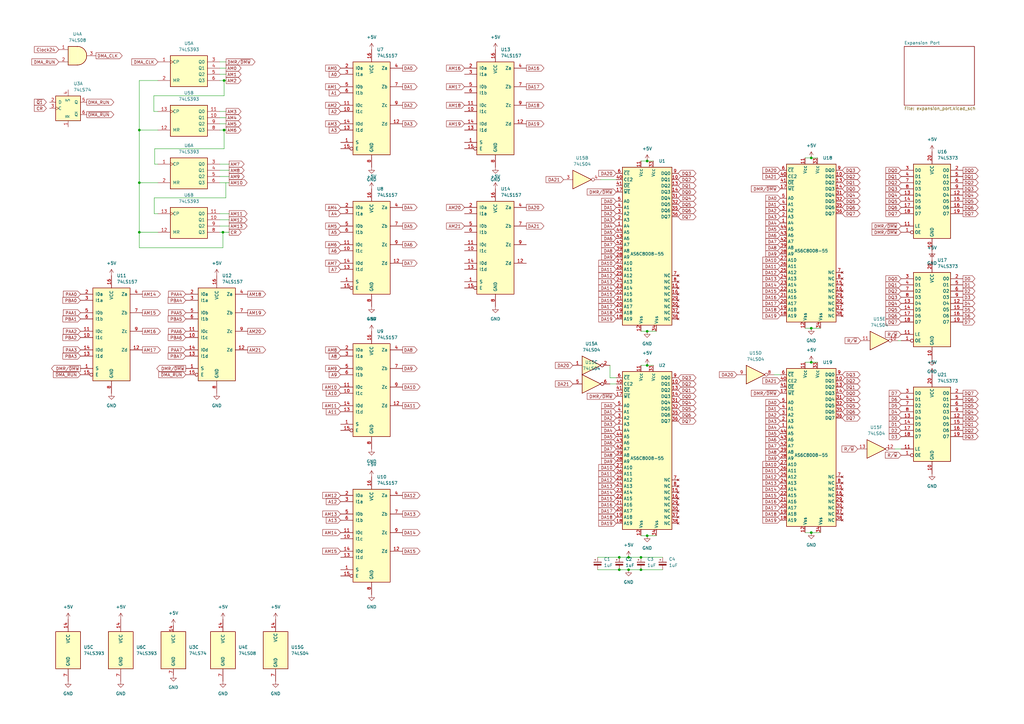
<source format=kicad_sch>
(kicad_sch (version 20230121) (generator eeschema)
  (paper "A3")
  (title_block (date "2023-10-30"))
  (junction (at 91.9058 33.02))
  (junction (at 254 228.6))
  (junction (at 332.74 134.62))
  (junction (at 257.81 233.68))
  (junction (at 332.74 218.44))
  (junction (at 265.43 219.71))
  (junction (at 91.44 95.25))
  (junction (at 265.43 66.04))
  (junction (at 262.89 233.68))
  (junction (at 91.9058 53.34))
  (junction (at 265.43 135.89))
  (junction (at 262.89 228.6))
  (junction (at 57.15 53.34))
  (junction (at 257.81 228.6))
  (junction (at 265.4402 149.86))
  (junction (at 254 233.68))
  (junction (at 57.15 74.93))
  (junction (at 57.15 95.25))
  (junction (at 332.74 64.77))
  (junction (at 332.74 148.59))
  (wire (pts (xy 265.43 219.71) (xy 262.89 219.71)))
  (wire (pts (xy 91.9058 39.3002) (xy 63.117 39.3002)))
  (wire (pts (xy 93.98 87.63) (xy 90.17 87.63)))
  (wire (pts (xy 91.9058 53.34) (xy 91.9058 61.0386)))
  (wire (pts (xy 245.11 228.6) (xy 254 228.6)))
  (wire (pts (xy 92.71 27.94) (xy 90.17 27.94)))
  (wire (pts (xy 317.5 153.67) (xy 320.04 153.67)))
  (wire (pts (xy 91.9058 33.02) (xy 91.9058 39.3002)))
  (wire (pts (xy 254 228.6) (xy 257.81 228.6)))
  (wire (pts (xy 63.2639 87.63) (xy 64.77 87.63)))
  (wire (pts (xy 93.98 72.39) (xy 90.17 72.39)))
  (wire (pts (xy 91.44 95.25) (xy 91.44 101.6)))
  (wire (pts (xy 265.43 135.89) (xy 269.24 135.89)))
  (wire (pts (xy 332.74 134.62) (xy 336.55 134.62)))
  (wire (pts (xy 330.2 148.59) (xy 332.74 148.59)))
  (wire (pts (xy 257.81 228.6) (xy 262.89 228.6)))
  (wire (pts (xy 92.6402 74.93) (xy 92.6402 81.1614)))
  (wire (pts (xy 92.71 45.72) (xy 90.17 45.72)))
  (wire (pts (xy 63.117 39.3002) (xy 63.117 45.72)))
  (wire (pts (xy 250.19 157.48) (xy 252.73 157.48)))
  (wire (pts (xy 250.19 149.86) (xy 250.19 154.94)))
  (wire (pts (xy 57.15 53.34) (xy 57.15 33.02)))
  (wire (pts (xy 92.71 25.4) (xy 90.17 25.4)))
  (wire (pts (xy 57.15 74.93) (xy 64.77 74.93)))
  (wire (pts (xy 93.98 67.31) (xy 90.17 67.31)))
  (wire (pts (xy 332.74 218.44) (xy 330.2 218.44)))
  (wire (pts (xy 368.3 139.7) (xy 369.57 139.7)))
  (wire (pts (xy 92.6402 81.1614) (xy 63.2639 81.1614)))
  (wire (pts (xy 93.98 92.71) (xy 90.17 92.71)))
  (wire (pts (xy 90.17 53.34) (xy 91.9058 53.34)))
  (wire (pts (xy 262.89 66.04) (xy 265.43 66.04)))
  (wire (pts (xy 257.81 233.68) (xy 262.89 233.68)))
  (wire (pts (xy 63.4108 67.31) (xy 64.77 67.31)))
  (wire (pts (xy 93.98 90.17) (xy 90.17 90.17)))
  (wire (pts (xy 332.74 64.77) (xy 335.28 64.77)))
  (wire (pts (xy 332.74 218.44) (xy 336.55 218.44)))
  (wire (pts (xy 57.15 53.34) (xy 64.77 53.34)))
  (wire (pts (xy 246.38 73.66) (xy 252.73 73.66)))
  (wire (pts (xy 92.71 74.93) (xy 93.98 74.93)))
  (wire (pts (xy 367.03 184.15) (xy 369.57 184.15)))
  (wire (pts (xy 265.43 135.89) (xy 262.89 135.89)))
  (wire (pts (xy 57.15 33.02) (xy 64.77 33.02)))
  (wire (pts (xy 92.71 30.48) (xy 90.17 30.48)))
  (wire (pts (xy 91.44 101.6) (xy 57.15 101.6)))
  (wire (pts (xy 63.4108 61.0386) (xy 63.4108 67.31)))
  (wire (pts (xy 91.9058 53.34) (xy 92.71 53.34)))
  (wire (pts (xy 90.17 74.93) (xy 92.6402 74.93)))
  (wire (pts (xy 245.11 233.68) (xy 254 233.68)))
  (wire (pts (xy 57.15 95.25) (xy 64.77 95.25)))
  (wire (pts (xy 93.98 69.85) (xy 90.17 69.85)))
  (wire (pts (xy 63.2639 81.1614) (xy 63.2639 87.63)))
  (wire (pts (xy 92.71 50.8) (xy 90.17 50.8)))
  (wire (pts (xy 262.89 228.6) (xy 271.78 228.6)))
  (wire (pts (xy 254 233.68) (xy 257.81 233.68)))
  (wire (pts (xy 57.15 101.6) (xy 57.15 95.25)))
  (wire (pts (xy 90.17 95.25) (xy 91.44 95.25)))
  (wire (pts (xy 91.9058 33.02) (xy 92.71 33.02)))
  (wire (pts (xy 332.74 148.59) (xy 335.28 148.59)))
  (wire (pts (xy 63.117 45.72) (xy 64.77 45.72)))
  (wire (pts (xy 265.43 66.04) (xy 267.97 66.04)))
  (wire (pts (xy 262.89 149.86) (xy 265.4402 149.86)))
  (wire (pts (xy 57.15 95.25) (xy 57.15 74.93)))
  (wire (pts (xy 265.4402 149.86) (xy 267.97 149.86)))
  (wire (pts (xy 265.43 219.71) (xy 269.24 219.71)))
  (wire (pts (xy 330.2 64.77) (xy 332.74 64.77)))
  (wire (pts (xy 91.44 95.25) (xy 93.98 95.25)))
  (wire (pts (xy 91.9058 61.0386) (xy 63.4108 61.0386)))
  (wire (pts (xy 262.89 233.68) (xy 271.78 233.68)))
  (wire (pts (xy 332.74 134.62) (xy 330.2 134.62)))
  (wire (pts (xy 250.19 154.94) (xy 252.73 154.94)))
  (wire (pts (xy 90.17 33.02) (xy 91.9058 33.02)))
  (wire (pts (xy 57.15 74.93) (xy 57.15 53.34)))
  (wire (pts (xy 92.71 48.26) (xy 90.17 48.26)))
  (global_label "D6" (shape output) (at 394.97 129.54 0) (property "Intersheetrefs" "${INTERSHEET_REFS}" (effects hide)))
  (global_label "DMR{slash}~{DMW}" (shape output) (at 33.02 151.13 180) (property "Intersheetrefs" "${INTERSHEET_REFS}" (effects hide)))
  (global_label "A13" (shape input) (at 139.7 213.36 180) (property "Intersheetrefs" "${INTERSHEET_REFS}" (effects hide)))
  (global_label "D5" (shape output) (at 394.97 127 0) (property "Intersheetrefs" "${INTERSHEET_REFS}" (effects hide)))
  (global_label "DA7" (shape output) (at 165.1 107.95 0) (property "Intersheetrefs" "${INTERSHEET_REFS}" (effects hide)))
  (global_label "DQ1" (shape bidirectional) (at 278.13 160.02 0) (property "Intersheetrefs" "${INTERSHEET_REFS}" (effects hide)))
  (global_label "DA12" (shape input) (at 320.04 111.76 180) (property "Intersheetrefs" "${INTERSHEET_REFS}" (effects hide)))
  (global_label "DA6" (shape input) (at 320.04 96.52 180) (property "Intersheetrefs" "${INTERSHEET_REFS}" (effects hide)))
  (global_label "AM13" (shape input) (at 139.7 210.82 180) (property "Intersheetrefs" "${INTERSHEET_REFS}" (effects hide)))
  (global_label "DA15" (shape input) (at 320.04 119.38 180) (property "Intersheetrefs" "${INTERSHEET_REFS}" (effects hide)))
  (global_label "DA20" (shape input) (at 302.26 153.67 180) (property "Intersheetrefs" "${INTERSHEET_REFS}" (effects hide)))
  (global_label "DA5" (shape output) (at 165.1 92.71 0) (property "Intersheetrefs" "${INTERSHEET_REFS}" (effects hide)))
  (global_label "DQ7" (shape input) (at 369.57 87.63 180) (property "Intersheetrefs" "${INTERSHEET_REFS}" (effects hide)))
  (global_label "DQ1" (shape bidirectional) (at 345.44 158.75 0) (property "Intersheetrefs" "${INTERSHEET_REFS}" (effects hide)))
  (global_label "DA18" (shape input) (at 252.73 128.27 180) (property "Intersheetrefs" "${INTERSHEET_REFS}" (effects hide)))
  (global_label "DA2" (shape input) (at 252.73 87.63 180) (property "Intersheetrefs" "${INTERSHEET_REFS}" (effects hide)))
  (global_label "DA17" (shape input) (at 252.73 125.73 180) (property "Intersheetrefs" "${INTERSHEET_REFS}" (effects hide)))
  (global_label "DQ1" (shape input) (at 369.57 116.84 180) (property "Intersheetrefs" "${INTERSHEET_REFS}" (effects hide)))
  (global_label "DA21" (shape input) (at 320.04 156.21 180) (property "Intersheetrefs" "${INTERSHEET_REFS}" (effects hide)))
  (global_label "DA14" (shape input) (at 320.04 116.84 180) (property "Intersheetrefs" "${INTERSHEET_REFS}" (effects hide)))
  (global_label "DQ0" (shape input) (at 369.57 114.3 180) (property "Intersheetrefs" "${INTERSHEET_REFS}" (effects hide)))
  (global_label "PBA4" (shape input) (at 76.2 123.19 180) (property "Intersheetrefs" "${INTERSHEET_REFS}" (effects hide)))
  (global_label "DA13" (shape output) (at 165.1 210.82 0) (property "Intersheetrefs" "${INTERSHEET_REFS}" (effects hide)))
  (global_label "DA10" (shape output) (at 165.1 158.75 0) (property "Intersheetrefs" "${INTERSHEET_REFS}" (effects hide)))
  (global_label "DQ7" (shape input) (at 369.57 132.08 180) (property "Intersheetrefs" "${INTERSHEET_REFS}" (effects hide)))
  (global_label "DA21" (shape output) (at 215.9 92.71 0) (property "Intersheetrefs" "${INTERSHEET_REFS}" (effects hide)))
  (global_label "DA15" (shape output) (at 165.1 226.06 0) (property "Intersheetrefs" "${INTERSHEET_REFS}" (effects hide)))
  (global_label "PAA2" (shape input) (at 33.02 135.89 180) (property "Intersheetrefs" "${INTERSHEET_REFS}" (effects hide)))
  (global_label "DA3" (shape input) (at 320.04 88.9 180) (property "Intersheetrefs" "${INTERSHEET_REFS}" (effects hide)))
  (global_label "DQ1" (shape output) (at 394.97 173.99 0) (property "Intersheetrefs" "${INTERSHEET_REFS}" (effects hide)))
  (global_label "DA2" (shape input) (at 320.04 86.36 180) (property "Intersheetrefs" "${INTERSHEET_REFS}" (effects hide)))
  (global_label "DA8" (shape input) (at 252.73 186.69 180) (property "Intersheetrefs" "${INTERSHEET_REFS}" (effects hide)))
  (global_label "DA16" (shape input) (at 320.04 205.74 180) (property "Intersheetrefs" "${INTERSHEET_REFS}" (effects hide)))
  (global_label "AM9" (shape output) (at 93.98 72.39 0) (property "Intersheetrefs" "${INTERSHEET_REFS}" (effects hide)))
  (global_label "DA10" (shape input) (at 252.73 191.77 180) (property "Intersheetrefs" "${INTERSHEET_REFS}" (effects hide)))
  (global_label "DQ1" (shape input) (at 369.57 72.39 180) (property "Intersheetrefs" "${INTERSHEET_REFS}" (effects hide)))
  (global_label "DA18" (shape input) (at 252.73 212.09 180) (property "Intersheetrefs" "${INTERSHEET_REFS}" (effects hide)))
  (global_label "DA1" (shape input) (at 252.73 168.91 180) (property "Intersheetrefs" "${INTERSHEET_REFS}" (effects hide)))
  (global_label "A15" (shape input) (at -27.94 21.59 180) (property "Intersheetrefs" "${INTERSHEET_REFS}" (effects hide)))
  (global_label "DA10" (shape input) (at 252.73 107.95 180) (property "Intersheetrefs" "${INTERSHEET_REFS}" (effects hide)))
  (global_label "DQ2" (shape bidirectional) (at 278.13 157.48 0) (property "Intersheetrefs" "${INTERSHEET_REFS}" (effects hide)))
  (global_label "AM10" (shape output) (at 93.98 74.93 0) (property "Intersheetrefs" "${INTERSHEET_REFS}" (effects hide)))
  (global_label "PAA3" (shape input) (at 33.02 143.51 180) (property "Intersheetrefs" "${INTERSHEET_REFS}" (effects hide)))
  (global_label "DQ7" (shape bidirectional) (at 278.13 88.9 0) (property "Intersheetrefs" "${INTERSHEET_REFS}" (effects hide)))
  (global_label "DQ6" (shape bidirectional) (at 278.13 170.18 0) (property "Intersheetrefs" "${INTERSHEET_REFS}" (effects hide)))
  (global_label "D6" (shape input) (at 369.57 163.83 180) (property "Intersheetrefs" "${INTERSHEET_REFS}" (effects hide)))
  (global_label "DA1" (shape input) (at 320.04 167.64 180) (property "Intersheetrefs" "${INTERSHEET_REFS}" (effects hide)))
  (global_label "A4" (shape input) (at 139.7 87.63 180) (property "Intersheetrefs" "${INTERSHEET_REFS}" (effects hide)))
  (global_label "DA19" (shape input) (at 252.73 214.63 180) (property "Intersheetrefs" "${INTERSHEET_REFS}" (effects hide)))
  (global_label "DA7" (shape input) (at 252.73 184.15 180) (property "Intersheetrefs" "${INTERSHEET_REFS}" (effects hide)))
  (global_label "A10" (shape input) (at 139.7 161.29 180) (property "Intersheetrefs" "${INTERSHEET_REFS}" (effects hide)))
  (global_label "DQ0" (shape bidirectional) (at 278.13 162.56 0) (property "Intersheetrefs" "${INTERSHEET_REFS}" (effects hide)))
  (global_label "DA3" (shape input) (at 252.73 90.17 180) (property "Intersheetrefs" "${INTERSHEET_REFS}" (effects hide)))
  (global_label "DQ1" (shape bidirectional) (at 278.13 76.2 0) (property "Intersheetrefs" "${INTERSHEET_REFS}" (effects hide)))
  (global_label "AM19" (shape input) (at 190.5 50.8 180) (property "Intersheetrefs" "${INTERSHEET_REFS}" (effects hide)))
  (global_label "AM18" (shape input) (at 190.5 43.18 180) (property "Intersheetrefs" "${INTERSHEET_REFS}" (effects hide)))
  (global_label "AM14" (shape output) (at 58.42 120.65 0) (property "Intersheetrefs" "${INTERSHEET_REFS}" (effects hide)))
  (global_label "DQ3" (shape input) (at 369.57 77.47 180) (property "Intersheetrefs" "${INTERSHEET_REFS}" (effects hide)))
  (global_label "DQ7" (shape output) (at 394.97 87.63 0) (property "Intersheetrefs" "${INTERSHEET_REFS}" (effects hide)))
  (global_label "PAA0" (shape input) (at 33.02 120.65 180) (property "Intersheetrefs" "${INTERSHEET_REFS}" (effects hide)))
  (global_label "DA7" (shape input) (at 320.04 99.06 180) (property "Intersheetrefs" "${INTERSHEET_REFS}" (effects hide)))
  (global_label "PBA5" (shape input) (at 76.2 130.81 180) (property "Intersheetrefs" "${INTERSHEET_REFS}" (effects hide)))
  (global_label "DMR{slash}~{DMW}" (shape input) (at 252.73 78.74 180) (property "Intersheetrefs" "${INTERSHEET_REFS}" (effects hide)))
  (global_label "DA16" (shape output) (at 215.9 27.94 0) (property "Intersheetrefs" "${INTERSHEET_REFS}" (effects hide)))
  (global_label "DA9" (shape input) (at 252.73 189.23 180) (property "Intersheetrefs" "${INTERSHEET_REFS}" (effects hide)))
  (global_label "DQ6" (shape input) (at 369.57 85.09 180) (property "Intersheetrefs" "${INTERSHEET_REFS}" (effects hide)))
  (global_label "AM17" (shape output) (at 58.42 143.51 0) (property "Intersheetrefs" "${INTERSHEET_REFS}" (effects hide)))
  (global_label "DA13" (shape input) (at 252.73 115.57 180) (property "Intersheetrefs" "${INTERSHEET_REFS}" (effects hide)))
  (global_label "DA3" (shape output) (at 165.1 50.8 0) (property "Intersheetrefs" "${INTERSHEET_REFS}" (effects hide)))
  (global_label "DA20" (shape input) (at 320.04 69.85 180) (property "Intersheetrefs" "${INTERSHEET_REFS}" (effects hide)))
  (global_label "PAA4" (shape input) (at 76.2 120.65 180) (property "Intersheetrefs" "${INTERSHEET_REFS}" (effects hide)))
  (global_label "DA21" (shape input) (at 320.04 72.39 180) (property "Intersheetrefs" "${INTERSHEET_REFS}" (effects hide)))
  (global_label "DMR{slash}~{DMW}" (shape output) (at 76.2 151.13 180) (property "Intersheetrefs" "${INTERSHEET_REFS}" (effects hide)))
  (global_label "DA14" (shape output) (at 165.1 218.44 0) (property "Intersheetrefs" "${INTERSHEET_REFS}" (effects hide)))
  (global_label "DQ3" (shape bidirectional) (at 345.44 153.67 0) (property "Intersheetrefs" "${INTERSHEET_REFS}" (effects hide)))
  (global_label "DQ4" (shape input) (at 369.57 124.46 180) (property "Intersheetrefs" "${INTERSHEET_REFS}" (effects hide)))
  (global_label "D3" (shape output) (at 394.97 121.92 0) (property "Intersheetrefs" "${INTERSHEET_REFS}" (effects hide)))
  (global_label "AM15" (shape output) (at 58.42 128.27 0) (property "Intersheetrefs" "${INTERSHEET_REFS}" (effects hide)))
  (global_label "DQ0" (shape bidirectional) (at 278.13 78.74 0) (property "Intersheetrefs" "${INTERSHEET_REFS}" (effects hide)))
  (global_label "R{slash}~{W}" (shape input) (at 353.06 139.7 180) (property "Intersheetrefs" "${INTERSHEET_REFS}" (effects hide)))
  (global_label "PBA2" (shape input) (at 33.02 138.43 180) (property "Intersheetrefs" "${INTERSHEET_REFS}" (effects hide)))
  (global_label "DA1" (shape input) (at 252.73 85.09 180) (property "Intersheetrefs" "${INTERSHEET_REFS}" (effects hide)))
  (global_label "DQ2" (shape bidirectional) (at 345.44 72.39 0) (property "Intersheetrefs" "${INTERSHEET_REFS}" (effects hide)))
  (global_label "PBA6" (shape input) (at 76.2 138.43 180) (property "Intersheetrefs" "${INTERSHEET_REFS}" (effects hide)))
  (global_label "DQ3" (shape input) (at 369.57 121.92 180) (property "Intersheetrefs" "${INTERSHEET_REFS}" (effects hide)))
  (global_label "A7" (shape input) (at 139.7 110.49 180) (property "Intersheetrefs" "${INTERSHEET_REFS}" (effects hide)))
  (global_label "DA8" (shape output) (at 165.1 143.51 0) (property "Intersheetrefs" "${INTERSHEET_REFS}" (effects hide)))
  (global_label "AM21" (shape output) (at 101.6 143.51 0) (property "Intersheetrefs" "${INTERSHEET_REFS}" (effects hide)))
  (global_label "DA6" (shape input) (at 320.04 180.34 180) (property "Intersheetrefs" "${INTERSHEET_REFS}" (effects hide)))
  (global_label "D5" (shape input) (at 369.57 166.37 180) (property "Intersheetrefs" "${INTERSHEET_REFS}" (effects hide)))
  (global_label "A11" (shape input) (at 139.7 168.91 180) (property "Intersheetrefs" "${INTERSHEET_REFS}" (effects hide)))
  (global_label "DA14" (shape input) (at 252.73 118.11 180) (property "Intersheetrefs" "${INTERSHEET_REFS}" (effects hide)))
  (global_label "AM12" (shape input) (at 139.7 203.2 180) (property "Intersheetrefs" "${INTERSHEET_REFS}" (effects hide)))
  (global_label "DQ1" (shape output) (at 394.97 72.39 0) (property "Intersheetrefs" "${INTERSHEET_REFS}" (effects hide)))
  (global_label "DQ3" (shape output) (at 394.97 77.47 0) (property "Intersheetrefs" "${INTERSHEET_REFS}" (effects hide)))
  (global_label "DQ5" (shape input) (at 369.57 127 180) (property "Intersheetrefs" "${INTERSHEET_REFS}" (effects hide)))
  (global_label "PAA5" (shape input) (at 76.2 128.27 180) (property "Intersheetrefs" "${INTERSHEET_REFS}" (effects hide)))
  (global_label "DA13" (shape input) (at 320.04 114.3 180) (property "Intersheetrefs" "${INTERSHEET_REFS}" (effects hide)))
  (global_label "DQ2" (shape bidirectional) (at 345.44 156.21 0) (property "Intersheetrefs" "${INTERSHEET_REFS}" (effects hide)))
  (global_label "DQ6" (shape bidirectional) (at 278.13 86.36 0) (property "Intersheetrefs" "${INTERSHEET_REFS}" (effects hide)))
  (global_label "DA0" (shape input) (at 320.04 165.1 180) (property "Intersheetrefs" "${INTERSHEET_REFS}" (effects hide)))
  (global_label "AM2" (shape output) (at 92.71 33.02 0) (property "Intersheetrefs" "${INTERSHEET_REFS}" (effects hide)))
  (global_label "AM21" (shape input) (at 190.5 92.71 180) (property "Intersheetrefs" "${INTERSHEET_REFS}" (effects hide)))
  (global_label "DQ2" (shape bidirectional) (at 278.13 73.66 0) (property "Intersheetrefs" "${INTERSHEET_REFS}" (effects hide)))
  (global_label "DQ6" (shape bidirectional) (at 345.44 85.09 0) (property "Intersheetrefs" "${INTERSHEET_REFS}" (effects hide)))
  (global_label "DQ3" (shape bidirectional) (at 278.13 71.12 0) (property "Intersheetrefs" "${INTERSHEET_REFS}" (effects hide)))
  (global_label "AM8" (shape input) (at 139.7 143.51 180) (property "Intersheetrefs" "${INTERSHEET_REFS}" (effects hide)))
  (global_label "DQ3" (shape output) (at 394.97 179.07 0) (property "Intersheetrefs" "${INTERSHEET_REFS}" (effects hide)))
  (global_label "AM17" (shape input) (at 190.5 35.56 180) (property "Intersheetrefs" "${INTERSHEET_REFS}" (effects hide)))
  (global_label "DQ2" (shape output) (at 394.97 74.93 0) (property "Intersheetrefs" "${INTERSHEET_REFS}" (effects hide)))
  (global_label "DQ5" (shape output) (at 394.97 166.37 0) (property "Intersheetrefs" "${INTERSHEET_REFS}" (effects hide)))
  (global_label "AM5" (shape output) (at 92.71 50.8 0) (property "Intersheetrefs" "${INTERSHEET_REFS}" (effects hide)))
  (global_label "DMR{slash}~{DMW}" (shape input) (at 320.04 77.47 180) (property "Intersheetrefs" "${INTERSHEET_REFS}" (effects hide)))
  (global_label "DA11" (shape input) (at 252.73 110.49 180) (property "Intersheetrefs" "${INTERSHEET_REFS}" (effects hide)))
  (global_label "DA6" (shape output) (at 165.1 100.33 0) (property "Intersheetrefs" "${INTERSHEET_REFS}" (effects hide)))
  (global_label "DA12" (shape output) (at 165.1 203.2 0) (property "Intersheetrefs" "${INTERSHEET_REFS}" (effects hide)))
  (global_label "DA11" (shape input) (at 320.04 193.04 180) (property "Intersheetrefs" "${INTERSHEET_REFS}" (effects hide)))
  (global_label "DA17" (shape input) (at 320.04 124.46 180) (property "Intersheetrefs" "${INTERSHEET_REFS}" (effects hide)))
  (global_label "DA11" (shape input) (at 320.04 109.22 180) (property "Intersheetrefs" "${INTERSHEET_REFS}" (effects hide)))
  (global_label "DA17" (shape output) (at 215.9 35.56 0) (property "Intersheetrefs" "${INTERSHEET_REFS}" (effects hide)))
  (global_label "DQ2" (shape input) (at 369.57 119.38 180) (property "Intersheetrefs" "${INTERSHEET_REFS}" (effects hide)))
  (global_label "DMR{slash}~{DMW}" (shape input) (at 369.57 92.71 180) (property "Intersheetrefs" "${INTERSHEET_REFS}" (effects hide)))
  (global_label "DA20" (shape input) (at 234.95 149.86 180) (property "Intersheetrefs" "${INTERSHEET_REFS}" (effects hide)))
  (global_label "DQ4" (shape bidirectional) (at 278.13 81.28 0) (property "Intersheetrefs" "${INTERSHEET_REFS}" (effects hide)))
  (global_label "AM8" (shape output) (at 93.98 69.85 0) (property "Intersheetrefs" "${INTERSHEET_REFS}" (effects hide)))
  (global_label "DA13" (shape input) (at 252.73 199.39 180) (property "Intersheetrefs" "${INTERSHEET_REFS}" (effects hide)))
  (global_label "DA12" (shape input) (at 252.73 113.03 180) (property "Intersheetrefs" "${INTERSHEET_REFS}" (effects hide)))
  (global_label "DA6" (shape input) (at 252.73 181.61 180) (property "Intersheetrefs" "${INTERSHEET_REFS}" (effects hide)))
  (global_label "DQ4" (shape bidirectional) (at 278.13 165.1 0) (property "Intersheetrefs" "${INTERSHEET_REFS}" (effects hide)))
  (global_label "AM7" (shape output) (at 93.98 67.31 0) (property "Intersheetrefs" "${INTERSHEET_REFS}" (effects hide)))
  (global_label "DQ4" (shape bidirectional) (at 345.44 80.01 0) (property "Intersheetrefs" "${INTERSHEET_REFS}" (effects hide)))
  (global_label "AM20" (shape output) (at 101.6 135.89 0) (property "Intersheetrefs" "${INTERSHEET_REFS}" (effects hide)))
  (global_label "DA1" (shape output) (at 165.1 35.56 0) (property "Intersheetrefs" "${INTERSHEET_REFS}" (effects hide)))
  (global_label "DQ4" (shape output) (at 394.97 80.01 0) (property "Intersheetrefs" "${INTERSHEET_REFS}" (effects hide)))
  (global_label "DA9" (shape input) (at 320.04 187.96 180) (property "Intersheetrefs" "${INTERSHEET_REFS}" (effects hide)))
  (global_label "AM4" (shape output) (at 92.71 48.26 0) (property "Intersheetrefs" "${INTERSHEET_REFS}" (effects hide)))
  (global_label "~{DMA_RUN}" (shape input) (at 33.02 153.67 180) (property "Intersheetrefs" "${INTERSHEET_REFS}" (effects hide)))
  (global_label "DA17" (shape input) (at 252.73 209.55 180) (property "Intersheetrefs" "${INTERSHEET_REFS}" (effects hide)))
  (global_label "DQ6" (shape output) (at 394.97 85.09 0) (property "Intersheetrefs" "${INTERSHEET_REFS}" (effects hide)))
  (global_label "DQ7" (shape bidirectional) (at 345.44 87.63 0) (property "Intersheetrefs" "${INTERSHEET_REFS}" (effects hide)))
  (global_label "DA4" (shape input) (at 320.04 91.44 180) (property "Intersheetrefs" "${INTERSHEET_REFS}" (effects hide)))
  (global_label "AM6" (shape input) (at 139.7 100.33 180) (property "Intersheetrefs" "${INTERSHEET_REFS}" (effects hide)))
  (global_label "DA15" (shape input) (at 252.73 204.47 180) (property "Intersheetrefs" "${INTERSHEET_REFS}" (effects hide)))
  (global_label "AM4" (shape input) (at 139.7 85.09 180) (property "Intersheetrefs" "${INTERSHEET_REFS}" (effects hide)))
  (global_label "DA12" (shape input) (at 320.04 195.58 180) (property "Intersheetrefs" "${INTERSHEET_REFS}" (effects hide)))
  (global_label "AM3" (shape output) (at 92.71 45.72 0) (property "Intersheetrefs" "${INTERSHEET_REFS}" (effects hide)))
  (global_label "DQ6" (shape bidirectional) (at 345.44 168.91 0) (property "Intersheetrefs" "${INTERSHEET_REFS}" (effects hide)))
  (global_label "PBA1" (shape input) (at 33.02 130.81 180) (property "Intersheetrefs" "${INTERSHEET_REFS}" (effects hide)))
  (global_label "D1" (shape output) (at 394.97 116.84 0) (property "Intersheetrefs" "${INTERSHEET_REFS}" (effects hide)))
  (global_label "AM12" (shape output) (at 93.98 90.17 0) (property "Intersheetrefs" "${INTERSHEET_REFS}" (effects hide)))
  (global_label "DA16" (shape input) (at 252.73 207.01 180) (property "Intersheetrefs" "${INTERSHEET_REFS}" (effects hide)))
  (global_label "PAA7" (shape input) (at 76.2 143.51 180) (property "Intersheetrefs" "${INTERSHEET_REFS}" (effects hide)))
  (global_label "AM10" (shape input) (at 139.7 158.75 180) (property "Intersheetrefs" "${INTERSHEET_REFS}" (effects hide)))
  (global_label "DMA_CLK" (shape input) (at 64.77 25.4 180) (property "Intersheetrefs" "${INTERSHEET_REFS}" (effects hide)))
  (global_label "DA9" (shape input) (at 252.73 105.41 180) (property "Intersheetrefs" "${INTERSHEET_REFS}" (effects hide)))
  (global_label "A1" (shape input) (at 139.7 38.1 180) (property "Intersheetrefs" "${INTERSHEET_REFS}" (effects hide)))
  (global_label "DQ0" (shape output) (at 394.97 171.45 0) (property "Intersheetrefs" "${INTERSHEET_REFS}" (effects hide)))
  (global_label "DA6" (shape input) (at 252.73 97.79 180) (property "Intersheetrefs" "${INTERSHEET_REFS}" (effects hide)))
  (global_label "DA5" (shape input) (at 320.04 177.8 180) (property "Intersheetrefs" "${INTERSHEET_REFS}" (effects hide)))
  (global_label "AM20" (shape input) (at 190.5 85.09 180) (property "Intersheetrefs" "${INTERSHEET_REFS}" (effects hide)))
  (global_label "AM5" (shape input) (at 139.7 92.71 180) (property "Intersheetrefs" "${INTERSHEET_REFS}" (effects hide)))
  (global_label "DA0" (shape input) (at 320.04 81.28 180) (property "Intersheetrefs" "${INTERSHEET_REFS}" (effects hide)))
  (global_label "~{DMA_RUN}" (shape output) (at 35.56 46.99 0) (property "Intersheetrefs" "${INTERSHEET_REFS}" (effects hide)))
  (global_label "AM18" (shape output) (at 101.6 120.65 0) (property "Intersheetrefs" "${INTERSHEET_REFS}" (effects hide)))
  (global_label "A0" (shape input) (at 139.7 30.48 180) (property "Intersheetrefs" "${INTERSHEET_REFS}" (effects hide)))
  (global_label "DQ3" (shape bidirectional) (at 345.44 69.85 0) (property "Intersheetrefs" "${INTERSHEET_REFS}" (effects hide)))
  (global_label "DQ0" (shape bidirectional) (at 345.44 77.47 0) (property "Intersheetrefs" "${INTERSHEET_REFS}" (effects hide)))
  (global_label "DA18" (shape input) (at 320.04 210.82 180) (property "Intersheetrefs" "${INTERSHEET_REFS}" (effects hide)))
  (global_label "DMR{slash}~{DMW}" (shape input) (at 320.04 161.29 180) (property "Intersheetrefs" "${INTERSHEET_REFS}" (effects hide)))
  (global_label "AM9" (shape input) (at 139.7 151.13 180) (property "Intersheetrefs" "${INTERSHEET_REFS}" (effects hide)))
  (global_label "AM7" (shape input) (at 139.7 107.95 180) (property "Intersheetrefs" "${INTERSHEET_REFS}" (effects hide)))
  (global_label "DA5" (shape input) (at 252.73 179.07 180) (property "Intersheetrefs" "${INTERSHEET_REFS}" (effects hide)))
  (global_label "D4" (shape input) (at 369.57 168.91 180) (property "Intersheetrefs" "${INTERSHEET_REFS}" (effects hide)))
  (global_label "AM6" (shape output) (at 92.71 53.34 0) (property "Intersheetrefs" "${INTERSHEET_REFS}" (effects hide)))
  (global_label "DA10" (shape input) (at 320.04 190.5 180) (property "Intersheetrefs" "${INTERSHEET_REFS}" (effects hide)))
  (global_label "D0" (shape input) (at 369.57 171.45 180) (property "Intersheetrefs" "${INTERSHEET_REFS}" (effects hide)))
  (global_label "PAA6" (shape input) (at 76.2 135.89 180) (property "Intersheetrefs" "${INTERSHEET_REFS}" (effects hide)))
  (global_label "AM16" (shape output) (at 58.42 135.89 0) (property "Intersheetrefs" "${INTERSHEET_REFS}" (effects hide)))
  (global_label "DMR{slash}~{DMW}" (shape output) (at 92.71 25.4 0) (property "Intersheetrefs" "${INTERSHEET_REFS}" (effects hide)))
  (global_label "PBA0" (shape input) (at 33.02 123.19 180) (property "Intersheetrefs" "${INTERSHEET_REFS}" (effects hide)))
  (global_label "DA4" (shape input) (at 320.04 175.26 180) (property "Intersheetrefs" "${INTERSHEET_REFS}" (effects hide)))
  (global_label "DQ1" (shape bidirectional) (at 345.44 74.93 0) (property "Intersheetrefs" "${INTERSHEET_REFS}" (effects hide)))
  (global_label "DA7" (shape input) (at 320.04 182.88 180) (property "Intersheetrefs" "${INTERSHEET_REFS}" (effects hide)))
  (global_label "DA21" (shape input) (at 231.14 73.66 180) (property "Intersheetrefs" "${INTERSHEET_REFS}" (effects hide)))
  (global_label "DQ4" (shape output) (at 394.97 168.91 0) (property "Intersheetrefs" "${INTERSHEET_REFS}" (effects hide)))
  (global_label "DQ0" (shape output) (at 394.97 69.85 0) (property "Intersheetrefs" "${INTERSHEET_REFS}" (effects hide)))
  (global_label "AM19" (shape output) (at 101.6 128.27 0) (property "Intersheetrefs" "${INTERSHEET_REFS}" (effects hide)))
  (global_label "DA2" (shape output) (at 165.1 43.18 0) (property "Intersheetrefs" "${INTERSHEET_REFS}" (effects hide)))
  (global_label "AM14" (shape input) (at 139.7 218.44 180) (property "Intersheetrefs" "${INTERSHEET_REFS}" (effects hide)))
  (global_label "DA14" (shape input) (at 320.04 200.66 180) (property "Intersheetrefs" "${INTERSHEET_REFS}" (effects hide)))
  (global_label "D2" (shape output) (at 394.97 119.38 0) (property "Intersheetrefs" "${INTERSHEET_REFS}" (effects hide)))
  (global_label "A9" (shape input) (at 139.7 153.67 180) (property "Intersheetrefs" "${INTERSHEET_REFS}" (effects hide)))
  (global_label "DQ6" (shape input) (at 369.57 129.54 180) (property "Intersheetrefs" "${INTERSHEET_REFS}" (effects hide)))
  (global_label "AM0" (shape output) (at 92.71 27.94 0) (property "Intersheetrefs" "${INTERSHEET_REFS}" (effects hide)))
  (global_label "DA17" (shape input) (at 320.04 208.28 180) (property "Intersheetrefs" "${INTERSHEET_REFS}" (effects hide)))
  (global_label "DA0" (shape input) (at 252.73 166.37 180) (property "Intersheetrefs" "${INTERSHEET_REFS}" (effects hide)))
  (global_label "DMA_RUN" (shape input) (at 24.13 25.4 180) (property "Intersheetrefs" "${INTERSHEET_REFS}" (effects hide)))
  (global_label "DA8" (shape input) (at 320.04 185.42 180) (property "Intersheetrefs" "${INTERSHEET_REFS}" (effects hide)))
  (global_label "AM11" (shape output) (at 93.98 87.63 0) (property "Intersheetrefs" "${INTERSHEET_REFS}" (effects hide)))
  (global_label "DA3" (shape input) (at 252.73 173.99 180) (property "Intersheetrefs" "${INTERSHEET_REFS}" (effects hide)))
  (global_label "DQ4" (shape bidirectional) (at 345.44 163.83 0) (property "Intersheetrefs" "${INTERSHEET_REFS}" (effects hide)))
  (global_label "D1" (shape input) (at 369.57 173.99 180) (property "Intersheetrefs" "${INTERSHEET_REFS}" (effects hide)))
  (global_label "DQ5" (shape bidirectional) (at 345.44 166.37 0) (property "Intersheetrefs" "${INTERSHEET_REFS}" (effects hide)))
  (global_label "DA1" (shape input) (at 320.04 83.82 180) (property "Intersheetrefs" "${INTERSHEET_REFS}" (effects hide)))
  (global_label "PAA1" (shape input) (at 33.02 128.27 180) (property "Intersheetrefs" "${INTERSHEET_REFS}" (effects hide)))
  (global_label "DA10" (shape input) (at 320.04 106.68 180) (property "Intersheetrefs" "${INTERSHEET_REFS}" (effects hide)))
  (global_label "R{slash}~{W}" (shape input) (at 369.57 137.16 180) (property "Intersheetrefs" "${INTERSHEET_REFS}" (effects hide)))
  (global_label "DQ5" (shape bidirectional) (at 278.13 83.82 0) (property "Intersheetrefs" "${INTERSHEET_REFS}" (effects hide)))
  (global_label "AM13" (shape output) (at 93.98 92.71 0) (property "Intersheetrefs" "${INTERSHEET_REFS}" (effects hide)))
  (global_label "~{DMA_RUN}" (shape input) (at 76.2 153.67 180) (property "Intersheetrefs" "${INTERSHEET_REFS}" (effects hide)))
  (global_label "DA7" (shape input) (at 252.73 100.33 180) (property "Intersheetrefs" "${INTERSHEET_REFS}" (effects hide)))
  (global_label "AM1" (shape input) (at 139.7 35.56 180) (property "Intersheetrefs" "${INTERSHEET_REFS}" (effects hide)))
  (global_label "A3" (shape input) (at 139.7 53.34 180) (property "Intersheetrefs" "${INTERSHEET_REFS}" (effects hide)))
  (global_label "DA9" (shape output) (at 165.1 151.13 0) (property "Intersheetrefs" "${INTERSHEET_REFS}" (effects hide)))
  (global_label "DA18" (shape input) (at 320.04 127 180) (property "Intersheetrefs" "${INTERSHEET_REFS}" (effects hide)))
  (global_label "DA14" (shape input) (at 252.73 201.93 180) (property "Intersheetrefs" "${INTERSHEET_REFS}" (effects hide)))
  (global_label "DQ0" (shape input) (at 369.57 69.85 180) (property "Intersheetrefs" "${INTERSHEET_REFS}" (effects hide)))
  (global_label "DA13" (shape input) (at 320.04 198.12 180) (property "Intersheetrefs" "${INTERSHEET_REFS}" (effects hide)))
  (global_label "DA19" (shape input) (at 320.04 129.54 180) (property "Intersheetrefs" "${INTERSHEET_REFS}" (effects hide)))
  (global_label "AM16" (shape input) (at 190.5 27.94 180) (property "Intersheetrefs" "${INTERSHEET_REFS}" (effects hide)))
  (global_label "DA20" (shape output) (at 215.9 85.09 0) (property "Intersheetrefs" "${INTERSHEET_REFS}" (effects hide)))
  (global_label "A6" (shape input) (at 139.7 102.87 180) (property "Intersheetrefs" "${INTERSHEET_REFS}" (effects hide)))
  (global_label "DA0" (shape output) (at 165.1 27.94 0) (property "Intersheetrefs" "${INTERSHEET_REFS}" (effects hide)))
  (global_label "DA19" (shape output) (at 215.9 50.8 0) (property "Intersheetrefs" "${INTERSHEET_REFS}" (effects hide)))
  (global_label "DA16" (shape input) (at 252.73 123.19 180) (property "Intersheetrefs" "${INTERSHEET_REFS}" (effects hide)))
  (global_label "DQ7" (shape bidirectional) (at 345.44 171.45 0) (property "Intersheetrefs" "${INTERSHEET_REFS}" (effects hide)))
  (global_label "DMR{slash}~{DMW}" (shape input) (at 252.73 162.56 180) (property "Intersheetrefs" "${INTERSHEET_REFS}" (effects hide)))
  (global_label "DA16" (shape input) (at 320.04 121.92 180) (property "Intersheetrefs" "${INTERSHEET_REFS}" (effects hide)))
  (global_label "DA9" (shape input) (at 320.04 104.14 180) (property "Intersheetrefs" "${INTERSHEET_REFS}" (effects hide)))
  (global_label "A2" (shape input) (at 139.7 45.72 180) (property "Intersheetrefs" "${INTERSHEET_REFS}" (effects hide)))
  (global_label "DQ7" (shape bidirectional) (at 278.13 172.72 0) (property "Intersheetrefs" "${INTERSHEET_REFS}" (effects hide)))
  (global_label "DA4" (shape output) (at 165.1 85.09 0) (property "Intersheetrefs" "${INTERSHEET_REFS}" (effects hide)))
  (global_label "R{slash}~{W}" (shape input) (at 369.57 186.69 180) (property "Intersheetrefs" "${INTERSHEET_REFS}" (effects hide)))
  (global_label "DA12" (shape input) (at 252.73 196.85 180) (property "Intersheetrefs" "${INTERSHEET_REFS}" (effects hide)))
  (global_label "DA2" (shape input) (at 252.73 171.45 180) (property "Intersheetrefs" "${INTERSHEET_REFS}" (effects hide)))
  (global_label "Clock24" (shape input) (at 24.13 20.32 180) (property "Intersheetrefs" "${INTERSHEET_REFS}" (effects hide)))
  (global_label "DA21" (shape input) (at 234.95 157.48 180) (property "Intersheetrefs" "${INTERSHEET_REFS}" (effects hide)))
  (global_label "DQ6" (shape output) (at 394.97 163.83 0) (property "Intersheetrefs" "${INTERSHEET_REFS}" (effects hide)))
  (global_label "DA3" (shape input) (at 320.04 172.72 180) (property "Intersheetrefs" "${INTERSHEET_REFS}" (effects hide)))
  (global_label "DA5" (shape input) (at 252.73 95.25 180) (property "Intersheetrefs" "${INTERSHEET_REFS}" (effects hide)))
  (global_label "DQ5" (shape bidirectional) (at 345.44 82.55 0) (property "Intersheetrefs" "${INTERSHEET_REFS}" (effects hide)))
  (global_label "DA11" (shape input) (at 252.73 194.31 180) (property "Intersheetrefs" "${INTERSHEET_REFS}" (effects hide)))
  (global_label "DQ5" (shape input) (at 369.57 82.55 180) (property "Intersheetrefs" "${INTERSHEET_REFS}" (effects hide)))
  (global_label "AM3" (shape input) (at 139.7 50.8 180) (property "Intersheetrefs" "${INTERSHEET_REFS}" (effects hide)))
  (global_label "DA11" (shape output) (at 165.1 166.37 0) (property "Intersheetrefs" "${INTERSHEET_REFS}" (effects hide)))
  (global_label "DA20" (shape input) (at 252.73 71.12 180) (property "Intersheetrefs" "${INTERSHEET_REFS}" (effects hide)))
  (global_label "DQ5" (shape output) (at 394.97 82.55 0) (property "Intersheetrefs" "${INTERSHEET_REFS}" (effects hide)))
  (global_label "DQ7" (shape output) (at 394.97 161.29 0) (property "Intersheetrefs" "${INTERSHEET_REFS}" (effects hide)))
  (global_label "D2" (shape input) (at 369.57 176.53 180) (property "Intersheetrefs" "${INTERSHEET_REFS}" (effects hide)))
  (global_label "AM15" (shape input) (at 139.7 226.06 180) (property "Intersheetrefs" "${INTERSHEET_REFS}" (effects hide)))
  (global_label "DA0" (shape input) (at 252.73 82.55 180) (property "Intersheetrefs" "${INTERSHEET_REFS}" (effects hide)))
  (global_label "A12" (shape input) (at 139.7 205.74 180) (property "Intersheetrefs" "${INTERSHEET_REFS}" (effects hide)))
  (global_label "D7" (shape output) (at 394.97 132.08 0) (property "Intersheetrefs" "${INTERSHEET_REFS}" (effects hide)))
  (global_label "DA15" (shape input) (at 252.73 120.65 180) (property "Intersheetrefs" "${INTERSHEET_REFS}" (effects hide)))
  (global_label "AM0" (shape input) (at 139.7 27.94 180) (property "Intersheetrefs" "${INTERSHEET_REFS}" (effects hide)))
  (global_label "PBA7" (shape input) (at 76.2 146.05 180) (property "Intersheetrefs" "${INTERSHEET_REFS}" (effects hide)))
  (global_label "DA8" (shape input) (at 320.04 101.6 180) (property "Intersheetrefs" "${INTERSHEET_REFS}" (effects hide)))
  (global_label "DMA_CLK" (shape output) (at 39.37 22.86 0) (property "Intersheetrefs" "${INTERSHEET_REFS}" (effects hide)))
  (global_label "CR" (shape output) (at 93.98 95.25 0) (property "Intersheetrefs" "${INTERSHEET_REFS}" (effects hide)))
  (global_label "DA19" (shape input) (at 252.73 130.81 180) (property "Intersheetrefs" "${INTERSHEET_REFS}" (effects hide)))
  (global_label "DMA_RUN" (shape output) (at 35.56 41.91 0) (property "Intersheetrefs" "${INTERSHEET_REFS}" (effects hide)))
  (global_label "DQ3" (shape bidirectional) (at 278.13 154.94 0) (property "Intersheetrefs" "${INTERSHEET_REFS}" (effects hide)))
  (global_label "DA2" (shape input) (at 320.04 170.18 180) (property "Intersheetrefs" "${INTERSHEET_REFS}" (effects hide)))
  (global_label "DQ4" (shape input) (at 369.57 80.01 180) (property "Intersheetrefs" "${INTERSHEET_REFS}" (effects hide)))
  (global_label "DQ2" (shape input) (at 369.57 74.93 180) (property "Intersheetrefs" "${INTERSHEET_REFS}" (effects hide)))
  (global_label "D4" (shape output) (at 394.97 124.46 0) (property "Intersheetrefs" "${INTERSHEET_REFS}" (effects hide)))
  (global_label "DQ5" (shape bidirectional) (at 278.13 167.64 0) (property "Intersheetrefs" "${INTERSHEET_REFS}" (effects hide)))
  (global_label "D7" (shape input) (at 369.57 161.29 180) (property "Intersheetrefs" "${INTERSHEET_REFS}" (effects hide)))
  (global_label "A5" (shape input) (at 139.7 95.25 180) (property "Intersheetrefs" "${INTERSHEET_REFS}" (effects hide)))
  (global_label "PBA3" (shape input) (at 33.02 146.05 180) (property "Intersheetrefs" "${INTERSHEET_REFS}" (effects hide)))
  (global_label "DA18" (shape output) (at 215.9 43.18 0) (property "Intersheetrefs" "${INTERSHEET_REFS}" (effects hide)))
  (global_label "R{slash}~{W}" (shape input) (at 351.79 184.15 180) (property "Intersheetrefs" "${INTERSHEET_REFS}" (effects hide)))
  (global_label "DQ0" (shape bidirectional) (at 345.44 161.29 0) (property "Intersheetrefs" "${INTERSHEET_REFS}" (effects hide)))
  (global_label "DA8" (shape input) (at 252.73 102.87 180) (property "Intersheetrefs" "${INTERSHEET_REFS}" (effects hide)))
  (global_label "DA19" (shape input) (at 320.04 213.36 180) (property "Intersheetrefs" "${INTERSHEET_REFS}" (effects hide)))
  (global_label "DQ2" (shape output) (at 394.97 176.53 0) (property "Intersheetrefs" "${INTERSHEET_REFS}" (effects hide)))
  (global_label "D0" (shape output) (at 394.97 114.3 0) (property "Intersheetrefs" "${INTERSHEET_REFS}" (effects hide)))
  (global_label "A8" (shape input) (at 139.7 146.05 180) (property "Intersheetrefs" "${INTERSHEET_REFS}" (effects hide)))
  (global_label "DA4" (shape input) (at 252.73 176.53 180) (property "Intersheetrefs" "${INTERSHEET_REFS}" (effects hide)))
  (global_label "AM11" (shape input) (at 139.7 166.37 180) (property "Intersheetrefs" "${INTERSHEET_REFS}" (effects hide)))
  (global_label "D3" (shape input) (at 369.57 179.07 180) (property "Intersheetrefs" "${INTERSHEET_REFS}" (effects hide)))
  (global_label "DA4" (shape input) (at 252.73 92.71 180) (property "Intersheetrefs" "${INTERSHEET_REFS}" (effects hide)))
  (global_label "DA15" (shape input) (at 320.04 203.2 180) (property "Intersheetrefs" "${INTERSHEET_REFS}" (effects hide)))
  (global_label "DMR{slash}~{DMW}" (shape input) (at 369.57 95.25 180) (property "Intersheetrefs" "${INTERSHEET_REFS}" (effects hide)))
  (global_label "AM1" (shape output) (at 92.71 30.48 0) (property "Intersheetrefs" "${INTERSHEET_REFS}" (effects hide)))
  (global_label "~{Q1}" (shape input) (at 19.05 41.91 180) (property "Intersheetrefs" "${INTERSHEET_REFS}" (effects hide)))
  (global_label "CR" (shape input) (at 19.05 44.45 180) (property "Intersheetrefs" "${INTERSHEET_REFS}" (effects hide)))
  (global_label "AM2" (shape input) (at 139.7 43.18 180) (property "Intersheetrefs" "${INTERSHEET_REFS}" (effects hide)))
  (global_label "A14" (shape input) (at -27.94 19.05 180) (property "Intersheetrefs" "${INTERSHEET_REFS}" (effects hide)))
  (global_label "DA5" (shape input) (at 320.04 93.98 180) (property "Intersheetrefs" "${INTERSHEET_REFS}" (effects hide)))
  (symbol (lib_id "power:+5V") (at 382.27 106.68 0) (unit 1)
    (property "Reference" "#PWR012" (effects hide))
    (property "Value" "+5V" (at 382.27 101.6 0))
  )
  (symbol (lib_id "74xx:74LS393") (at 77.47 48.26 0) (unit 2)
    (property "Reference" "U5" (at 77.47 38.1 0))
    (property "Value" "74LS393" (at 77.47 40.64 0))
    (property "Footprint" "Package_SO:SOIC-14_3.9x8.7mm_P1.27mm" (effects hide))
    (property "Datasheet" "74xx\\74LS393.pdf" (effects hide))
  )
  (symbol (lib_id "74xx:74LS04") (at 359.41 184.15 0) (unit 6)
    (property "Reference" "U15" (at 359.41 175.26 0))
    (property "Value" "74LS04" (at 359.41 177.8 0))
    (property "Footprint" "Package_SO:SOIC-14_3.9x8.7mm_P1.27mm" (effects hide))
    (property "Datasheet" "http://www.ti.com/lit/gpn/sn74LS04" (effects hide))
  )
  (symbol (lib_id "74xx:74LS373") (at 382.27 173.99 0) (unit 1)
    (property "Reference" "U21" (at 384.4641 153.67 0) (effects (justify left)))
    (property "Value" "74LS373" (at 384.4641 156.21 0) (effects (justify left)))
    (property "Footprint" "Package_SO:SOIC-20W_7.5x12.8mm_P1.27mm" (effects hide))
    (property "Datasheet" "http://www.ti.com/lit/gpn/sn74LS373" (effects hide))
  )
  (symbol (lib_id "74xx:74LS157") (at 152.4 158.75 0) (unit 1)
    (property "Reference" "U9" (at 154.5941 135.89 0) (effects (justify left)))
    (property "Value" "74LS157" (at 154.5941 138.43 0) (effects (justify left)))
    (property "Footprint" "Package_SO:SOIC-16_3.9x9.9mm_P1.27mm" (effects hide))
    (property "Datasheet" "http://www.ti.com/lit/gpn/sn74LS157" (effects hide))
  )
  (symbol (lib_id "74xx:74LS08") (at -16.51 106.68 0) (unit 3)
    (property "Reference" "U4" (at -16.5183 97.79 0))
    (property "Value" "74LS08" (at -16.5183 100.33 0))
    (property "Footprint" "Package_SO:SOIC-14_3.9x8.7mm_P1.27mm" (effects hide))
    (property "Datasheet" "http://www.ti.com/lit/gpn/sn74LS08" (effects hide))
  )
  (symbol (lib_id "power:GND") (at 88.9 161.29 0) (unit 1)
    (property "Reference" "#PWR035" (effects hide))
    (property "Value" "GND" (at 88.9 166.37 0))
  )
  (symbol (lib_id "power:GND") (at 113.03 279.4 0) (unit 1)
    (property "Reference" "#PWR031" (effects hide))
    (property "Value" "GND" (at 113.03 284.48 0))
  )
  (symbol (lib_id "power:+5V") (at 152.4 20.32 0) (unit 1)
    (property "Reference" "#PWR018" (effects hide))
    (property "Value" "+5V" (at 152.4 15.24 0))
  )
  (symbol (lib_id "Device:C_Polarized_Small") (at 262.89 231.14 0) (unit 1)
    (property "Reference" "C3" (at 265.43 229.3239 0) (effects (justify left)))
    (property "Value" "1uF" (at 265.43 231.8639 0) (effects (justify left)))
    (property "Footprint" "Capacitor_Tantalum_SMD:CP_EIA-3216-18_Kemet-A_Pad1.58x1.35mm_HandSolder" (effects hide))
  )
  (symbol (lib_id "power:+5V") (at 382.27 153.67 0) (unit 1)
    (property "Reference" "#PWR013" (effects hide))
    (property "Value" "+5V" (at 382.27 148.59 0))
  )
  (symbol (lib_id "power:+5V") (at 152.4 195.58 0) (unit 1)
    (property "Reference" "#PWR014" (effects hide))
    (property "Value" "+5V" (at 152.4 190.5 0))
  )
  (symbol (lib_id "power:+5V") (at 265.4402 149.86 0) (unit 1)
    (property "Reference" "#PWR09" (effects hide))
    (property "Value" "+5V" (at 265.4402 144.78 0))
  )
  (symbol (lib_id "74xx:74LS157") (at 152.4 218.44 0) (unit 1)
    (property "Reference" "U10" (at 154.5941 195.58 0) (effects (justify left)))
    (property "Value" "74LS157" (at 154.5941 198.12 0) (effects (justify left)))
    (property "Footprint" "Package_SO:SOIC-16_3.9x9.9mm_P1.27mm" (effects hide))
    (property "Datasheet" "http://www.ti.com/lit/gpn/sn74LS157" (effects hide))
  )
  (symbol (lib_id "power:GND") (at 265.43 219.71 0) (unit 1)
    (property "Reference" "#PWR041" (effects hide))
    (property "Value" "GND" (at 265.43 224.79 0))
  )
  (symbol (lib_id "74xx:74LS04") (at 309.88 153.67 0) (unit 4)
    (property "Reference" "U15" (at 309.88 144.78 0))
    (property "Value" "74LS04" (at 309.88 147.32 0))
    (property "Footprint" "Package_SO:SOIC-14_3.9x8.7mm_P1.27mm" (effects hide))
    (property "Datasheet" "http://www.ti.com/lit/gpn/sn74LS04" (effects hide))
  )
  (symbol (lib_id "power:+5V") (at 257.81 228.6 0) (unit 1)
    (property "Reference" "#PWR048" (effects hide))
    (property "Value" "+5V" (at 257.81 223.52 0))
  )
  (symbol (lib_id "74xx:74LS08") (at -16.51 86.36 0) (unit 2)
    (property "Reference" "U4" (at -16.5183 77.47 0))
    (property "Value" "74LS08" (at -16.5183 80.01 0))
    (property "Footprint" "Package_SO:SOIC-14_3.9x8.7mm_P1.27mm" (effects hide))
    (property "Datasheet" "http://www.ti.com/lit/gpn/sn74LS08" (effects hide))
  )
  (symbol (lib_id "Memory_SRAM:AS6C8008-55ZIN") (at 265.43 182.88 0) (unit 1)
    (property "Reference" "U2" (at 270.1641 149.86 0) (effects (justify left)))
    (property "Value" "AS6C8008-55" (at 265.43 187.96 0))
    (property "Footprint" "Package_SO:TSOP-II-44_10.16x18.41mm_P0.8mm" (effects hide))
  )
  (symbol (lib_id "74xx:74LS74") (at 27.94 44.45 0) (unit 1)
    (property "Reference" "U3" (at 30.1341 34.29 0) (effects (justify left)))
    (property "Value" "74LS74" (at 30.1341 36.83 0) (effects (justify left)))
    (property "Footprint" "Package_SO:SOIC-14_3.9x8.7mm_P1.27mm" (effects hide))
    (property "Datasheet" "74xx/74hc_hct74.pdf" (effects hide))
  )
  (symbol (lib_id "power:+5V") (at 152.4 77.47 0) (unit 1)
    (property "Reference" "#PWR016" (effects hide))
    (property "Value" "+5V" (at 152.4 72.39 0))
  )
  (symbol (lib_id "power:+5V") (at 332.74 148.59 0) (unit 1)
    (property "Reference" "#PWR010" (effects hide))
    (property "Value" "+5V" (at 332.74 143.51 0))
  )
  (symbol (lib_id "power:GND") (at 49.53 279.4 0) (unit 1)
    (property "Reference" "#PWR028" (effects hide))
    (property "Value" "GND" (at 49.53 284.48 0))
  )
  (symbol (lib_id "power:GND") (at 91.44 279.4 0) (unit 1)
    (property "Reference" "#PWR030" (effects hide))
    (property "Value" "GND" (at 91.44 284.48 0))
  )
  (symbol (lib_id "power:+5V") (at 91.44 254 0) (unit 1)
    (property "Reference" "#PWR025" (effects hide))
    (property "Value" "+5V" (at 91.44 248.92 0))
  )
  (symbol (lib_id "Memory_SRAM:AS6C8008-55ZIN") (at 265.43 99.06 0) (unit 1)
    (property "Reference" "U1" (at 270.1641 66.04 0) (effects (justify left)))
    (property "Value" "AS6C8008-55" (at 265.43 104.14 0))
    (property "Footprint" "Package_SO:TSOP-II-44_10.16x18.41mm_P0.8mm" (effects hide))
  )
  (symbol (lib_id "74xx:74LS393") (at 27.94 266.7 0) (unit 3)
    (property "Reference" "U5" (at 34.29 265.43 0) (effects (justify left)))
    (property "Value" "74LS393" (at 34.29 267.97 0) (effects (justify left)))
    (property "Footprint" "Package_SO:SOIC-14_3.9x8.7mm_P1.27mm" (effects hide))
    (property "Datasheet" "74xx\\74LS393.pdf" (effects hide))
  )
  (symbol (lib_id "74xx:74LS157") (at 45.72 135.89 0) (unit 1)
    (property "Reference" "U11" (at 47.9141 113.03 0) (effects (justify left)))
    (property "Value" "74LS157" (at 47.9141 115.57 0) (effects (justify left)))
    (property "Footprint" "Package_SO:SOIC-16_3.9x9.9mm_P1.27mm" (effects hide))
    (property "Datasheet" "http://www.ti.com/lit/gpn/sn74LS157" (effects hide))
  )
  (symbol (lib_id "power:GND") (at 382.27 102.87 0) (unit 1)
    (property "Reference" "#PWR044" (effects hide))
    (property "Value" "GND" (at 382.27 107.95 0))
  )
  (symbol (lib_id "74xx:74LS04") (at 242.57 149.86 0) (unit 1)
    (property "Reference" "U15" (at 242.57 140.97 0))
    (property "Value" "74LS04" (at 242.57 143.51 0))
    (property "Footprint" "Package_SO:SOIC-14_3.9x8.7mm_P1.27mm" (effects hide))
    (property "Datasheet" "http://www.ti.com/lit/gpn/sn74LS04" (effects hide))
  )
  (symbol (lib_id "power:GND") (at 203.2 68.58 0) (unit 1)
    (property "Reference" "#PWR039" (effects hide))
    (property "Value" "GND" (at 203.2 73.66 0))
  )
  (symbol (lib_id "74xx:74LS157") (at 152.4 100.33 0) (unit 1)
    (property "Reference" "U8" (at 154.5941 77.47 0) (effects (justify left)))
    (property "Value" "74LS157" (at 154.5941 80.01 0) (effects (justify left)))
    (property "Footprint" "Package_SO:SOIC-16_3.9x9.9mm_P1.27mm" (effects hide))
    (property "Datasheet" "http://www.ti.com/lit/gpn/sn74LS157" (effects hide))
  )
  (symbol (lib_id "74xx:74LS74") (at 71.12 266.7 0) (unit 3)
    (property "Reference" "U3" (at 77.47 265.43 0) (effects (justify left)))
    (property "Value" "74LS74" (at 77.47 267.97 0) (effects (justify left)))
    (property "Footprint" "Package_SO:SOIC-14_3.9x8.7mm_P1.27mm" (effects hide))
    (property "Datasheet" "74xx/74hc_hct74.pdf" (effects hide))
  )
  (symbol (lib_id "power:GND") (at 382.27 194.31 0) (unit 1)
    (property "Reference" "#PWR046" (effects hide))
    (property "Value" "GND" (at 382.27 199.39 0))
  )
  (symbol (lib_id "74xx:74LS157") (at 88.9 135.89 0) (unit 1)
    (property "Reference" "U12" (at 91.0941 113.03 0) (effects (justify left)))
    (property "Value" "74LS157" (at 91.0941 115.57 0) (effects (justify left)))
    (property "Footprint" "Package_SO:SOIC-16_3.9x9.9mm_P1.27mm" (effects hide))
    (property "Datasheet" "http://www.ti.com/lit/gpn/sn74LS157" (effects hide))
  )
  (symbol (lib_id "74xx:74LS08") (at -16.51 129.54 0) (unit 4)
    (property "Reference" "U4" (at -16.5183 120.65 0))
    (property "Value" "74LS08" (at -16.5183 123.19 0))
    (property "Footprint" "Package_SO:SOIC-14_3.9x8.7mm_P1.27mm" (effects hide))
    (property "Datasheet" "http://www.ti.com/lit/gpn/sn74LS08" (effects hide))
  )
  (symbol (lib_id "power:GND") (at 265.43 135.89 0) (unit 1)
    (property "Reference" "#PWR040" (effects hide))
    (property "Value" "GND" (at 265.43 140.97 0))
  )
  (symbol (lib_id "power:GND") (at 332.74 218.44 0) (unit 1)
    (property "Reference" "#PWR042" (effects hide))
    (property "Value" "GND" (at 332.74 223.52 0))
  )
  (symbol (lib_id "Device:C_Polarized_Small") (at 271.78 231.14 0) (unit 1)
    (property "Reference" "C4" (at 274.32 229.3239 0) (effects (justify left)))
    (property "Value" "1uF" (at 274.32 231.8639 0) (effects (justify left)))
    (property "Footprint" "Capacitor_Tantalum_SMD:CP_EIA-3216-18_Kemet-A_Pad1.58x1.35mm_HandSolder" (effects hide))
  )
  (symbol (lib_id "power:GND") (at 382.27 147.32 0) (unit 1)
    (property "Reference" "#PWR045" (effects hide))
    (property "Value" "GND" (at 382.27 152.4 0))
  )
  (symbol (lib_id "power:+5V") (at 152.4 135.89 0) (unit 1)
    (property "Reference" "#PWR015" (effects hide))
    (property "Value" "+5V" (at 152.4 130.81 0))
  )
  (symbol (lib_id "power:+5V") (at 27.94 254 0) (unit 1)
    (property "Reference" "#PWR022" (effects hide))
    (property "Value" "+5V" (at 27.94 248.92 0))
  )
  (symbol (lib_id "Device:C_Polarized_Small") (at 245.11 231.14 0) (unit 1)
    (property "Reference" "C1" (at 247.65 229.3239 0) (effects (justify left)))
    (property "Value" "1uF" (at 247.65 231.8639 0) (effects (justify left)))
    (property "Footprint" "Capacitor_Tantalum_SMD:CP_EIA-3216-18_Kemet-A_Pad1.58x1.35mm_HandSolder" (effects hide))
  )
  (symbol (lib_id "74xx:74LS157") (at 203.2 43.18 0) (unit 1)
    (property "Reference" "U13" (at 205.3941 20.32 0) (effects (justify left)))
    (property "Value" "74LS157" (at 205.3941 22.86 0) (effects (justify left)))
    (property "Footprint" "Package_SO:SOIC-16_3.9x9.9mm_P1.27mm" (effects hide))
    (property "Datasheet" "http://www.ti.com/lit/gpn/sn74LS157" (effects hide))
  )
  (symbol (lib_id "power:GND") (at 152.4 243.84 0) (unit 1)
    (property "Reference" "#PWR032" (effects hide))
    (property "Value" "GND" (at 152.4 248.92 0))
  )
  (symbol (lib_id "74xx:74LS157") (at 203.2 100.33 0) (unit 1)
    (property "Reference" "U14" (at 205.3941 77.47 0) (effects (justify left)))
    (property "Value" "74LS157" (at 205.3941 80.01 0) (effects (justify left)))
    (property "Footprint" "Package_SO:SOIC-16_3.9x9.9mm_P1.27mm" (effects hide))
    (property "Datasheet" "http://www.ti.com/lit/gpn/sn74LS157" (effects hide))
  )
  (symbol (lib_id "74xx:74LS393") (at 77.47 27.94 0) (unit 1)
    (property "Reference" "U5" (at 77.47 17.78 0))
    (property "Value" "74LS393" (at 77.47 20.32 0))
    (property "Footprint" "Package_SO:SOIC-14_3.9x8.7mm_P1.27mm" (effects hide))
    (property "Datasheet" "74xx\\74LS393.pdf" (effects hide))
  )
  (symbol (lib_id "power:GND") (at 152.4 125.73 0) (unit 1)
    (property "Reference" "#PWR036" (effects hide))
    (property "Value" "GND" (at 152.4 130.81 0))
  )
  (symbol (lib_id "power:GND") (at 257.81 233.68 0) (unit 1)
    (property "Reference" "#PWR047" (effects hide))
    (property "Value" "GND" (at 257.81 238.76 0))
  )
  (symbol (lib_id "power:+5V") (at 71.12 256.54 0) (unit 1)
    (property "Reference" "#PWR024" (effects hide))
    (property "Value" "+5V" (at 71.12 251.46 0))
  )
  (symbol (lib_id "power:GND") (at 152.4 68.58 0) (unit 1)
    (property "Reference" "#PWR038" (effects hide))
    (property "Value" "GND" (at 152.4 73.66 0))
  )
  (symbol (lib_id "74xx:74LS08") (at 91.44 266.7 0) (unit 5)
    (property "Reference" "U4" (at 97.79 265.43 0) (effects (justify left)))
    (property "Value" "74LS08" (at 97.79 267.97 0) (effects (justify left)))
    (property "Footprint" "Package_SO:SOIC-14_3.9x8.7mm_P1.27mm" (effects hide))
    (property "Datasheet" "http://www.ti.com/lit/gpn/sn74LS08" (effects hide))
  )
  (symbol (lib_id "power:+5V") (at 88.9 113.03 0) (unit 1)
    (property "Reference" "#PWR021" (effects hide))
    (property "Value" "+5V" (at 88.9 107.95 0))
  )
  (symbol (lib_id "74xx:74LS04") (at 242.57 157.48 0) (unit 3)
    (property "Reference" "U15" (at 242.57 148.59 0))
    (property "Value" "74LS04" (at 242.57 151.13 0))
    (property "Footprint" "Package_SO:SOIC-14_3.9x8.7mm_P1.27mm" (effects hide))
    (property "Datasheet" "http://www.ti.com/lit/gpn/sn74LS04" (effects hide))
  )
  (symbol (lib_id "power:+5V") (at 382.27 62.23 0) (unit 1)
    (property "Reference" "#PWR011" (effects hide))
    (property "Value" "+5V" (at 382.27 57.15 0))
  )
  (symbol (lib_id "74xx:74LS373") (at 382.27 82.55 0) (unit 1)
    (property "Reference" "U16" (at 384.4641 62.23 0) (effects (justify left)))
    (property "Value" "74LS373" (at 384.4641 64.77 0) (effects (justify left)))
    (property "Footprint" "Package_SO:SOIC-20W_7.5x12.8mm_P1.27mm" (effects hide))
    (property "Datasheet" "http://www.ti.com/lit/gpn/sn74LS373" (effects hide))
  )
  (symbol (lib_id "74xx:74LS373") (at 382.27 127 0) (unit 1)
    (property "Reference" "U17" (at 384.4641 106.68 0) (effects (justify left)))
    (property "Value" "74LS373" (at 384.4641 109.22 0) (effects (justify left)))
    (property "Footprint" "Package_SO:SOIC-20W_7.5x12.8mm_P1.27mm" (effects hide))
    (property "Datasheet" "http://www.ti.com/lit/gpn/sn74LS373" (effects hide))
  )
  (symbol (lib_id "74xx:74LS157") (at 152.4 43.18 0) (unit 1)
    (property "Reference" "U7" (at 154.5941 20.32 0) (effects (justify left)))
    (property "Value" "74LS157" (at 154.5941 22.86 0) (effects (justify left)))
    (property "Footprint" "Package_SO:SOIC-16_3.9x9.9mm_P1.27mm" (effects hide))
    (property "Datasheet" "http://www.ti.com/lit/gpn/sn74LS157" (effects hide))
  )
  (symbol (lib_id "power:GND") (at 332.74 134.62 0) (unit 1)
    (property "Reference" "#PWR043" (effects hide))
    (property "Value" "GND" (at 332.74 139.7 0))
  )
  (symbol (lib_id "power:+5V") (at 49.53 254 0) (unit 1)
    (property "Reference" "#PWR023" (effects hide))
    (property "Value" "+5V" (at 49.53 248.92 0))
  )
  (symbol (lib_id "74xx:74LS04") (at 113.03 266.7 0) (unit 7)
    (property "Reference" "U15" (at 119.38 265.43 0) (effects (justify left)))
    (property "Value" "74LS04" (at 119.38 267.97 0) (effects (justify left)))
    (property "Footprint" "Package_SO:SOIC-14_3.9x8.7mm_P1.27mm" (effects hide))
    (property "Datasheet" "http://www.ti.com/lit/gpn/sn74LS04" (effects hide))
  )
  (symbol (lib_id "74xx:74LS393") (at 77.47 90.17 0) (unit 2)
    (property "Reference" "U6" (at 77.47 80.01 0))
    (property "Value" "74LS393" (at 77.47 82.55 0))
    (property "Footprint" "Package_SO:SOIC-14_3.9x8.7mm_P1.27mm" (effects hide))
    (property "Datasheet" "74xx\\74LS393.pdf" (effects hide))
  )
  (symbol (lib_id "power:+5V") (at 203.2 77.47 0) (unit 1)
    (property "Reference" "#PWR017" (effects hide))
    (property "Value" "+5V" (at 203.2 72.39 0))
  )
  (symbol (lib_id "Device:C_Polarized_Small") (at 254 231.14 0) (unit 1)
    (property "Reference" "C2" (at 256.54 229.3239 0) (effects (justify left)))
    (property "Value" "1uF" (at 256.54 231.8639 0) (effects (justify left)))
    (property "Footprint" "Capacitor_Tantalum_SMD:CP_EIA-3216-18_Kemet-A_Pad1.58x1.35mm_HandSolder" (effects hide))
  )
  (symbol (lib_id "power:GND") (at 152.4 184.15 0) (unit 1)
    (property "Reference" "#PWR033" (effects hide))
    (property "Value" "GND" (at 152.4 189.23 0))
  )
  (symbol (lib_id "74xx:74LS08") (at 31.75 22.86 0) (unit 1)
    (property "Reference" "U4" (at 31.7417 13.97 0))
    (property "Value" "74LS08" (at 31.7417 16.51 0))
    (property "Footprint" "Package_SO:SOIC-14_3.9x8.7mm_P1.27mm" (effects hide))
    (property "Datasheet" "http://www.ti.com/lit/gpn/sn74LS08" (effects hide))
  )
  (symbol (lib_id "power:+5V") (at 265.43 66.04 0) (unit 1)
    (property "Reference" "#PWR07" (effects hide))
    (property "Value" "+5V" (at 265.43 60.96 0))
  )
  (symbol (lib_id "74xx:74LS04") (at 238.76 73.66 0) (unit 2)
    (property "Reference" "U15" (at 238.76 64.77 0))
    (property "Value" "74LS04" (at 238.76 67.31 0))
    (property "Footprint" "Package_SO:SOIC-14_3.9x8.7mm_P1.27mm" (effects hide))
    (property "Datasheet" "http://www.ti.com/lit/gpn/sn74LS04" (effects hide))
  )
  (symbol (lib_id "Memory_SRAM:AS6C8008-55ZIN") (at 332.74 97.79 0) (unit 1)
    (property "Reference" "U18" (at 337.4741 64.77 0) (effects (justify left)))
    (property "Value" "AS6C8008-55" (at 332.74 102.87 0))
    (property "Footprint" "Package_SO:TSOP-II-44_10.16x18.41mm_P0.8mm" (effects hide))
  )
  (symbol (lib_id "power:GND") (at 71.12 276.86 0) (unit 1)
    (property "Reference" "#PWR029" (effects hide))
    (property "Value" "GND" (at 71.12 281.94 0))
  )
  (symbol (lib_id "power:GND") (at 45.72 161.29 0) (unit 1)
    (property "Reference" "#PWR034" (effects hide))
    (property "Value" "GND" (at 45.72 166.37 0))
  )
  (symbol (lib_id "Memory_SRAM:AS6C8008-55ZIN") (at 332.74 181.61 0) (unit 1)
    (property "Reference" "U19" (at 337.4741 148.59 0) (effects (justify left)))
    (property "Value" "AS6C8008-55" (at 332.74 186.69 0))
    (property "Footprint" "Package_SO:TSOP-II-44_10.16x18.41mm_P0.8mm" (effects hide))
  )
  (symbol (lib_id "74xx:74LS74") (at -10.16 57.15 0) (unit 2)
    (property "Reference" "U3" (at -7.9659 46.99 0) (effects (justify left)))
    (property "Value" "74LS74" (at -7.9659 49.53 0) (effects (justify left)))
    (property "Footprint" "Package_SO:SOIC-14_3.9x8.7mm_P1.27mm" (effects hide))
    (property "Datasheet" "74xx/74hc_hct74.pdf" (effects hide))
  )
  (symbol (lib_id "power:+5V") (at 45.72 113.03 0) (unit 1)
    (property "Reference" "#PWR020" (effects hide))
    (property "Value" "+5V" (at 45.72 107.95 0))
  )
  (symbol (lib_id "power:GND") (at 203.2 125.73 0) (unit 1)
    (property "Reference" "#PWR037" (effects hide))
    (property "Value" "GND" (at 203.2 130.81 0))
  )
  (symbol (lib_id "power:+5V") (at 332.74 64.77 0) (unit 1)
    (property "Reference" "#PWR08" (effects hide))
    (property "Value" "+5V" (at 332.74 59.69 0))
  )
  (symbol (lib_id "74xx:74LS393") (at 77.47 69.85 0) (unit 1)
    (property "Reference" "U6" (at 77.47 59.69 0))
    (property "Value" "74LS393" (at 77.47 62.23 0))
    (property "Footprint" "Package_SO:SOIC-14_3.9x8.7mm_P1.27mm" (effects hide))
    (property "Datasheet" "74xx\\74LS393.pdf" (effects hide))
  )
  (symbol (lib_id "power:GND") (at 27.94 279.4 0) (unit 1)
    (property "Reference" "#PWR027" (effects hide))
    (property "Value" "GND" (at 27.94 284.48 0))
  )
  (symbol (lib_id "74xx:74LS393") (at 49.53 266.7 0) (unit 3)
    (property "Reference" "U6" (at 55.88 265.43 0) (effects (justify left)))
    (property "Value" "74LS393" (at 55.88 267.97 0) (effects (justify left)))
    (property "Footprint" "Package_SO:SOIC-14_3.9x8.7mm_P1.27mm" (effects hide))
    (property "Datasheet" "74xx\\74LS393.pdf" (effects hide))
  )
  (symbol (lib_id "power:+5V") (at 113.03 254 0) (unit 1)
    (property "Reference" "#PWR026" (effects hide))
    (property "Value" "+5V" (at 113.03 248.92 0))
  )
  (symbol (lib_id "power:+5V") (at 203.2 20.32 0) (unit 1)
    (property "Reference" "#PWR019" (effects hide))
    (property "Value" "+5V" (at 203.2 15.24 0))
  )
  (symbol (lib_id "74xx:74LS04") (at 360.68 139.7 0) (unit 5)
    (property "Reference" "U15" (at 360.68 130.81 0))
    (property "Value" "74LS04" (at 360.68 133.35 0))
    (property "Footprint" "Package_SO:SOIC-14_3.9x8.7mm_P1.27mm" (effects hide))
    (property "Datasheet" "http://www.ti.com/lit/gpn/sn74LS04" (effects hide))
  )
  (sheet (at 370.84 19.05) (size 28.829 24.13) (stroke (width 0.1524))
    (property "Sheetname" "Expansion Port" (at 370.84 18.3384 0) (effects (justify left bottom)))
    (property "Sheetfile" "expansion_port.kicad_sch" (at 370.84 43.7646 0) (effects (justify left top)))
  )
)
</source>
